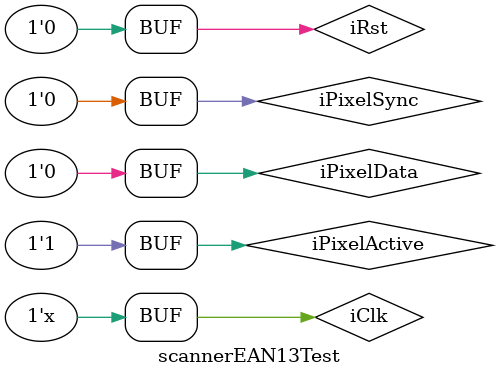
<source format=v>
`timescale 1ns / 1ps

module scannerEAN13Test;

	// Inputs
	reg iClk;
	reg iRst;
	reg iPixelSync;
	reg iPixelActive;
	reg iPixelData;

	// Outputs
	wire oPixelSync;
	wire oPixelActive;
	wire oVideoModule;
	wire oVideoMarker;
	wire oVideoDigit;
	wire [51:0] oDataCode;
	wire oNewData;

	// Instantiate the Unit Under Test (UUT)
	scannerEAN13 #(
    .H_ACTIVE(32),
    .H_TOTAL(48),
    .V_ACTIVE(8),
    .V_TOTAL(16),
    .MIN_MODULE_WIDTH(4), 
    .MAX_MODULE_WIDTH(8), 
    .TOL_MODULE_WIDTH(1)
) uut (
		.iClk(iClk), 
		.iRst(iRst), 
		.iPixelSync(iPixelSync), 
		.iPixelActive(iPixelActive), 
		.iPixelData(iPixelData), 
		.oPixelSync(oPixelSync), 
		.oPixelActive(oPixelActive), 
		.oVideoModule(oVideoModule), 
		.oVideoMarker(oVideoMarker), 
		.oVideoDigit(oVideoDigit), 
		.oDataCode(oDataCode), 
		.oNewData(oNewData)
	);

	initial begin
		iClk = 0;
		iRst = 1;
		iPixelSync = 0;
		iPixelActive = 0;
		iPixelData = 0;
		#20 iRst = 0;
		
		#10 iPixelSync = 1;
		#10 iPixelSync = 0;
		iPixelActive = 1;
		iPixelData = 1;
		#200 iPixelData = 0;
		#100 iPixelData = 1;
		#80 iPixelData = 0;
		#80 iPixelData = 1;
		#200 iPixelData = 0;

	end

	always begin
		#5 iClk = ~iClk;
	end
      
endmodule


</source>
